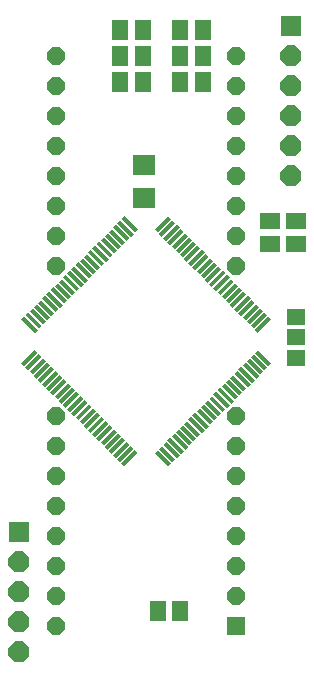
<source format=gts>
G75*
%MOIN*%
%OFA0B0*%
%FSLAX25Y25*%
%IPPOS*%
%LPD*%
%AMOC8*
5,1,8,0,0,1.08239X$1,22.5*
%
%ADD10R,0.07487X0.06699*%
%ADD11R,0.06306X0.01384*%
%ADD12R,0.01384X0.06306*%
%ADD13R,0.06100X0.06100*%
%ADD14OC8,0.06100*%
%ADD15R,0.05518X0.06699*%
%ADD16R,0.07000X0.07000*%
%ADD17OC8,0.07000*%
%ADD18R,0.06306X0.05518*%
%ADD19R,0.06699X0.05518*%
D10*
X0056987Y0165850D03*
X0056987Y0176874D03*
D11*
G36*
X0065898Y0158951D02*
X0061440Y0154493D01*
X0060462Y0155471D01*
X0064920Y0159929D01*
X0065898Y0158951D01*
G37*
G36*
X0067290Y0157559D02*
X0062832Y0153101D01*
X0061854Y0154079D01*
X0066312Y0158537D01*
X0067290Y0157559D01*
G37*
G36*
X0068682Y0156168D02*
X0064224Y0151710D01*
X0063246Y0152688D01*
X0067704Y0157146D01*
X0068682Y0156168D01*
G37*
G36*
X0070074Y0154776D02*
X0065616Y0150318D01*
X0064638Y0151296D01*
X0069096Y0155754D01*
X0070074Y0154776D01*
G37*
G36*
X0071466Y0153384D02*
X0067008Y0148926D01*
X0066030Y0149904D01*
X0070488Y0154362D01*
X0071466Y0153384D01*
G37*
G36*
X0072857Y0151992D02*
X0068399Y0147534D01*
X0067421Y0148512D01*
X0071879Y0152970D01*
X0072857Y0151992D01*
G37*
G36*
X0074249Y0150600D02*
X0069791Y0146142D01*
X0068813Y0147120D01*
X0073271Y0151578D01*
X0074249Y0150600D01*
G37*
G36*
X0075641Y0149208D02*
X0071183Y0144750D01*
X0070205Y0145728D01*
X0074663Y0150186D01*
X0075641Y0149208D01*
G37*
G36*
X0077033Y0147816D02*
X0072575Y0143358D01*
X0071597Y0144336D01*
X0076055Y0148794D01*
X0077033Y0147816D01*
G37*
G36*
X0078425Y0146424D02*
X0073967Y0141966D01*
X0072989Y0142944D01*
X0077447Y0147402D01*
X0078425Y0146424D01*
G37*
G36*
X0079817Y0145032D02*
X0075359Y0140574D01*
X0074381Y0141552D01*
X0078839Y0146010D01*
X0079817Y0145032D01*
G37*
G36*
X0081209Y0143640D02*
X0076751Y0139182D01*
X0075773Y0140160D01*
X0080231Y0144618D01*
X0081209Y0143640D01*
G37*
G36*
X0082601Y0142248D02*
X0078143Y0137790D01*
X0077165Y0138768D01*
X0081623Y0143226D01*
X0082601Y0142248D01*
G37*
G36*
X0083993Y0140856D02*
X0079535Y0136398D01*
X0078557Y0137376D01*
X0083015Y0141834D01*
X0083993Y0140856D01*
G37*
G36*
X0085385Y0139464D02*
X0080927Y0135006D01*
X0079949Y0135984D01*
X0084407Y0140442D01*
X0085385Y0139464D01*
G37*
G36*
X0086777Y0138072D02*
X0082319Y0133614D01*
X0081341Y0134592D01*
X0085799Y0139050D01*
X0086777Y0138072D01*
G37*
G36*
X0088169Y0136680D02*
X0083711Y0132222D01*
X0082733Y0133200D01*
X0087191Y0137658D01*
X0088169Y0136680D01*
G37*
G36*
X0089561Y0135288D02*
X0085103Y0130830D01*
X0084125Y0131808D01*
X0088583Y0136266D01*
X0089561Y0135288D01*
G37*
G36*
X0090953Y0133896D02*
X0086495Y0129438D01*
X0085517Y0130416D01*
X0089975Y0134874D01*
X0090953Y0133896D01*
G37*
G36*
X0092345Y0132504D02*
X0087887Y0128046D01*
X0086909Y0129024D01*
X0091367Y0133482D01*
X0092345Y0132504D01*
G37*
G36*
X0093737Y0131113D02*
X0089279Y0126655D01*
X0088301Y0127633D01*
X0092759Y0132091D01*
X0093737Y0131113D01*
G37*
G36*
X0095129Y0129721D02*
X0090671Y0125263D01*
X0089693Y0126241D01*
X0094151Y0130699D01*
X0095129Y0129721D01*
G37*
G36*
X0096521Y0128329D02*
X0092063Y0123871D01*
X0091085Y0124849D01*
X0095543Y0129307D01*
X0096521Y0128329D01*
G37*
G36*
X0097912Y0126937D02*
X0093454Y0122479D01*
X0092476Y0123457D01*
X0096934Y0127915D01*
X0097912Y0126937D01*
G37*
G36*
X0099304Y0125545D02*
X0094846Y0121087D01*
X0093868Y0122065D01*
X0098326Y0126523D01*
X0099304Y0125545D01*
G37*
G36*
X0054762Y0081003D02*
X0050304Y0076545D01*
X0049326Y0077523D01*
X0053784Y0081981D01*
X0054762Y0081003D01*
G37*
G36*
X0053370Y0082395D02*
X0048912Y0077937D01*
X0047934Y0078915D01*
X0052392Y0083373D01*
X0053370Y0082395D01*
G37*
G36*
X0051978Y0083786D02*
X0047520Y0079328D01*
X0046542Y0080306D01*
X0051000Y0084764D01*
X0051978Y0083786D01*
G37*
G36*
X0050586Y0085178D02*
X0046128Y0080720D01*
X0045150Y0081698D01*
X0049608Y0086156D01*
X0050586Y0085178D01*
G37*
G36*
X0049194Y0086570D02*
X0044736Y0082112D01*
X0043758Y0083090D01*
X0048216Y0087548D01*
X0049194Y0086570D01*
G37*
G36*
X0047803Y0087962D02*
X0043345Y0083504D01*
X0042367Y0084482D01*
X0046825Y0088940D01*
X0047803Y0087962D01*
G37*
G36*
X0046411Y0089354D02*
X0041953Y0084896D01*
X0040975Y0085874D01*
X0045433Y0090332D01*
X0046411Y0089354D01*
G37*
G36*
X0045019Y0090746D02*
X0040561Y0086288D01*
X0039583Y0087266D01*
X0044041Y0091724D01*
X0045019Y0090746D01*
G37*
G36*
X0043627Y0092138D02*
X0039169Y0087680D01*
X0038191Y0088658D01*
X0042649Y0093116D01*
X0043627Y0092138D01*
G37*
G36*
X0042235Y0093530D02*
X0037777Y0089072D01*
X0036799Y0090050D01*
X0041257Y0094508D01*
X0042235Y0093530D01*
G37*
G36*
X0040843Y0094922D02*
X0036385Y0090464D01*
X0035407Y0091442D01*
X0039865Y0095900D01*
X0040843Y0094922D01*
G37*
G36*
X0039451Y0096314D02*
X0034993Y0091856D01*
X0034015Y0092834D01*
X0038473Y0097292D01*
X0039451Y0096314D01*
G37*
G36*
X0038059Y0097706D02*
X0033601Y0093248D01*
X0032623Y0094226D01*
X0037081Y0098684D01*
X0038059Y0097706D01*
G37*
G36*
X0036667Y0099098D02*
X0032209Y0094640D01*
X0031231Y0095618D01*
X0035689Y0100076D01*
X0036667Y0099098D01*
G37*
G36*
X0035275Y0100490D02*
X0030817Y0096032D01*
X0029839Y0097010D01*
X0034297Y0101468D01*
X0035275Y0100490D01*
G37*
G36*
X0033883Y0101882D02*
X0029425Y0097424D01*
X0028447Y0098402D01*
X0032905Y0102860D01*
X0033883Y0101882D01*
G37*
G36*
X0032491Y0103274D02*
X0028033Y0098816D01*
X0027055Y0099794D01*
X0031513Y0104252D01*
X0032491Y0103274D01*
G37*
G36*
X0031099Y0104666D02*
X0026641Y0100208D01*
X0025663Y0101186D01*
X0030121Y0105644D01*
X0031099Y0104666D01*
G37*
G36*
X0029707Y0106058D02*
X0025249Y0101600D01*
X0024271Y0102578D01*
X0028729Y0107036D01*
X0029707Y0106058D01*
G37*
G36*
X0028315Y0107450D02*
X0023857Y0102992D01*
X0022879Y0103970D01*
X0027337Y0108428D01*
X0028315Y0107450D01*
G37*
G36*
X0026923Y0108841D02*
X0022465Y0104383D01*
X0021487Y0105361D01*
X0025945Y0109819D01*
X0026923Y0108841D01*
G37*
G36*
X0025531Y0110233D02*
X0021073Y0105775D01*
X0020095Y0106753D01*
X0024553Y0111211D01*
X0025531Y0110233D01*
G37*
G36*
X0024139Y0111625D02*
X0019681Y0107167D01*
X0018703Y0108145D01*
X0023161Y0112603D01*
X0024139Y0111625D01*
G37*
G36*
X0022748Y0113017D02*
X0018290Y0108559D01*
X0017312Y0109537D01*
X0021770Y0113995D01*
X0022748Y0113017D01*
G37*
G36*
X0021356Y0114409D02*
X0016898Y0109951D01*
X0015920Y0110929D01*
X0020378Y0115387D01*
X0021356Y0114409D01*
G37*
D12*
G36*
X0021356Y0122065D02*
X0020378Y0121087D01*
X0015920Y0125545D01*
X0016898Y0126523D01*
X0021356Y0122065D01*
G37*
G36*
X0022748Y0123457D02*
X0021770Y0122479D01*
X0017312Y0126937D01*
X0018290Y0127915D01*
X0022748Y0123457D01*
G37*
G36*
X0024139Y0124849D02*
X0023161Y0123871D01*
X0018703Y0128329D01*
X0019681Y0129307D01*
X0024139Y0124849D01*
G37*
G36*
X0025531Y0126241D02*
X0024553Y0125263D01*
X0020095Y0129721D01*
X0021073Y0130699D01*
X0025531Y0126241D01*
G37*
G36*
X0026923Y0127633D02*
X0025945Y0126655D01*
X0021487Y0131113D01*
X0022465Y0132091D01*
X0026923Y0127633D01*
G37*
G36*
X0028315Y0129024D02*
X0027337Y0128046D01*
X0022879Y0132504D01*
X0023857Y0133482D01*
X0028315Y0129024D01*
G37*
G36*
X0029707Y0130416D02*
X0028729Y0129438D01*
X0024271Y0133896D01*
X0025249Y0134874D01*
X0029707Y0130416D01*
G37*
G36*
X0031099Y0131808D02*
X0030121Y0130830D01*
X0025663Y0135288D01*
X0026641Y0136266D01*
X0031099Y0131808D01*
G37*
G36*
X0032491Y0133200D02*
X0031513Y0132222D01*
X0027055Y0136680D01*
X0028033Y0137658D01*
X0032491Y0133200D01*
G37*
G36*
X0033883Y0134592D02*
X0032905Y0133614D01*
X0028447Y0138072D01*
X0029425Y0139050D01*
X0033883Y0134592D01*
G37*
G36*
X0035275Y0135984D02*
X0034297Y0135006D01*
X0029839Y0139464D01*
X0030817Y0140442D01*
X0035275Y0135984D01*
G37*
G36*
X0036667Y0137376D02*
X0035689Y0136398D01*
X0031231Y0140856D01*
X0032209Y0141834D01*
X0036667Y0137376D01*
G37*
G36*
X0038059Y0138768D02*
X0037081Y0137790D01*
X0032623Y0142248D01*
X0033601Y0143226D01*
X0038059Y0138768D01*
G37*
G36*
X0039451Y0140160D02*
X0038473Y0139182D01*
X0034015Y0143640D01*
X0034993Y0144618D01*
X0039451Y0140160D01*
G37*
G36*
X0040843Y0141552D02*
X0039865Y0140574D01*
X0035407Y0145032D01*
X0036385Y0146010D01*
X0040843Y0141552D01*
G37*
G36*
X0042235Y0142944D02*
X0041257Y0141966D01*
X0036799Y0146424D01*
X0037777Y0147402D01*
X0042235Y0142944D01*
G37*
G36*
X0043627Y0144336D02*
X0042649Y0143358D01*
X0038191Y0147816D01*
X0039169Y0148794D01*
X0043627Y0144336D01*
G37*
G36*
X0045019Y0145728D02*
X0044041Y0144750D01*
X0039583Y0149208D01*
X0040561Y0150186D01*
X0045019Y0145728D01*
G37*
G36*
X0046411Y0147120D02*
X0045433Y0146142D01*
X0040975Y0150600D01*
X0041953Y0151578D01*
X0046411Y0147120D01*
G37*
G36*
X0047803Y0148512D02*
X0046825Y0147534D01*
X0042367Y0151992D01*
X0043345Y0152970D01*
X0047803Y0148512D01*
G37*
G36*
X0049194Y0149904D02*
X0048216Y0148926D01*
X0043758Y0153384D01*
X0044736Y0154362D01*
X0049194Y0149904D01*
G37*
G36*
X0050586Y0151296D02*
X0049608Y0150318D01*
X0045150Y0154776D01*
X0046128Y0155754D01*
X0050586Y0151296D01*
G37*
G36*
X0051978Y0152688D02*
X0051000Y0151710D01*
X0046542Y0156168D01*
X0047520Y0157146D01*
X0051978Y0152688D01*
G37*
G36*
X0053370Y0154079D02*
X0052392Y0153101D01*
X0047934Y0157559D01*
X0048912Y0158537D01*
X0053370Y0154079D01*
G37*
G36*
X0054762Y0155471D02*
X0053784Y0154493D01*
X0049326Y0158951D01*
X0050304Y0159929D01*
X0054762Y0155471D01*
G37*
G36*
X0089561Y0101186D02*
X0088583Y0100208D01*
X0084125Y0104666D01*
X0085103Y0105644D01*
X0089561Y0101186D01*
G37*
G36*
X0090953Y0102578D02*
X0089975Y0101600D01*
X0085517Y0106058D01*
X0086495Y0107036D01*
X0090953Y0102578D01*
G37*
G36*
X0092345Y0103970D02*
X0091367Y0102992D01*
X0086909Y0107450D01*
X0087887Y0108428D01*
X0092345Y0103970D01*
G37*
G36*
X0093737Y0105361D02*
X0092759Y0104383D01*
X0088301Y0108841D01*
X0089279Y0109819D01*
X0093737Y0105361D01*
G37*
G36*
X0095129Y0106753D02*
X0094151Y0105775D01*
X0089693Y0110233D01*
X0090671Y0111211D01*
X0095129Y0106753D01*
G37*
G36*
X0096521Y0108145D02*
X0095543Y0107167D01*
X0091085Y0111625D01*
X0092063Y0112603D01*
X0096521Y0108145D01*
G37*
G36*
X0097912Y0109537D02*
X0096934Y0108559D01*
X0092476Y0113017D01*
X0093454Y0113995D01*
X0097912Y0109537D01*
G37*
G36*
X0099304Y0110929D02*
X0098326Y0109951D01*
X0093868Y0114409D01*
X0094846Y0115387D01*
X0099304Y0110929D01*
G37*
G36*
X0088169Y0099794D02*
X0087191Y0098816D01*
X0082733Y0103274D01*
X0083711Y0104252D01*
X0088169Y0099794D01*
G37*
G36*
X0086777Y0098402D02*
X0085799Y0097424D01*
X0081341Y0101882D01*
X0082319Y0102860D01*
X0086777Y0098402D01*
G37*
G36*
X0085385Y0097010D02*
X0084407Y0096032D01*
X0079949Y0100490D01*
X0080927Y0101468D01*
X0085385Y0097010D01*
G37*
G36*
X0083993Y0095618D02*
X0083015Y0094640D01*
X0078557Y0099098D01*
X0079535Y0100076D01*
X0083993Y0095618D01*
G37*
G36*
X0082601Y0094226D02*
X0081623Y0093248D01*
X0077165Y0097706D01*
X0078143Y0098684D01*
X0082601Y0094226D01*
G37*
G36*
X0081209Y0092834D02*
X0080231Y0091856D01*
X0075773Y0096314D01*
X0076751Y0097292D01*
X0081209Y0092834D01*
G37*
G36*
X0079817Y0091442D02*
X0078839Y0090464D01*
X0074381Y0094922D01*
X0075359Y0095900D01*
X0079817Y0091442D01*
G37*
G36*
X0078425Y0090050D02*
X0077447Y0089072D01*
X0072989Y0093530D01*
X0073967Y0094508D01*
X0078425Y0090050D01*
G37*
G36*
X0077033Y0088658D02*
X0076055Y0087680D01*
X0071597Y0092138D01*
X0072575Y0093116D01*
X0077033Y0088658D01*
G37*
G36*
X0075641Y0087266D02*
X0074663Y0086288D01*
X0070205Y0090746D01*
X0071183Y0091724D01*
X0075641Y0087266D01*
G37*
G36*
X0074249Y0085874D02*
X0073271Y0084896D01*
X0068813Y0089354D01*
X0069791Y0090332D01*
X0074249Y0085874D01*
G37*
G36*
X0072857Y0084482D02*
X0071879Y0083504D01*
X0067421Y0087962D01*
X0068399Y0088940D01*
X0072857Y0084482D01*
G37*
G36*
X0071466Y0083090D02*
X0070488Y0082112D01*
X0066030Y0086570D01*
X0067008Y0087548D01*
X0071466Y0083090D01*
G37*
G36*
X0070074Y0081698D02*
X0069096Y0080720D01*
X0064638Y0085178D01*
X0065616Y0086156D01*
X0070074Y0081698D01*
G37*
G36*
X0068682Y0080306D02*
X0067704Y0079328D01*
X0063246Y0083786D01*
X0064224Y0084764D01*
X0068682Y0080306D01*
G37*
G36*
X0067290Y0078915D02*
X0066312Y0077937D01*
X0061854Y0082395D01*
X0062832Y0083373D01*
X0067290Y0078915D01*
G37*
G36*
X0065898Y0077523D02*
X0064920Y0076545D01*
X0060462Y0081003D01*
X0061440Y0081981D01*
X0065898Y0077523D01*
G37*
D13*
X0087612Y0023237D03*
D14*
X0087612Y0033237D03*
X0087612Y0043237D03*
X0087612Y0053237D03*
X0087612Y0063237D03*
X0087612Y0073237D03*
X0087612Y0083237D03*
X0087612Y0093237D03*
X0087612Y0143237D03*
X0087612Y0153237D03*
X0087612Y0163237D03*
X0087612Y0173237D03*
X0087612Y0183237D03*
X0087612Y0193237D03*
X0087612Y0203237D03*
X0087612Y0213237D03*
X0027612Y0213237D03*
X0027612Y0203237D03*
X0027612Y0193237D03*
X0027612Y0183237D03*
X0027612Y0173237D03*
X0027612Y0163237D03*
X0027612Y0153237D03*
X0027612Y0143237D03*
X0027612Y0093237D03*
X0027612Y0083237D03*
X0027612Y0073237D03*
X0027612Y0063237D03*
X0027612Y0053237D03*
X0027612Y0043237D03*
X0027612Y0033237D03*
X0027612Y0023237D03*
D15*
X0061372Y0028237D03*
X0068852Y0028237D03*
X0068872Y0204487D03*
X0068872Y0213237D03*
X0068872Y0221987D03*
X0076352Y0221987D03*
X0076352Y0213237D03*
X0076352Y0204487D03*
X0056352Y0204487D03*
X0056352Y0213237D03*
X0056352Y0221987D03*
X0048872Y0221987D03*
X0048872Y0213237D03*
X0048872Y0204487D03*
D16*
X0105737Y0223237D03*
X0015112Y0054487D03*
D17*
X0015112Y0014487D03*
X0015112Y0024487D03*
X0015112Y0034487D03*
X0015112Y0044487D03*
X0105737Y0173237D03*
X0105737Y0183237D03*
X0105737Y0193237D03*
X0105737Y0203237D03*
X0105737Y0213237D03*
D18*
X0107612Y0126180D03*
X0107612Y0119487D03*
X0107612Y0112794D03*
D19*
X0107612Y0150747D03*
X0107612Y0158227D03*
X0098862Y0158227D03*
X0098862Y0150747D03*
M02*

</source>
